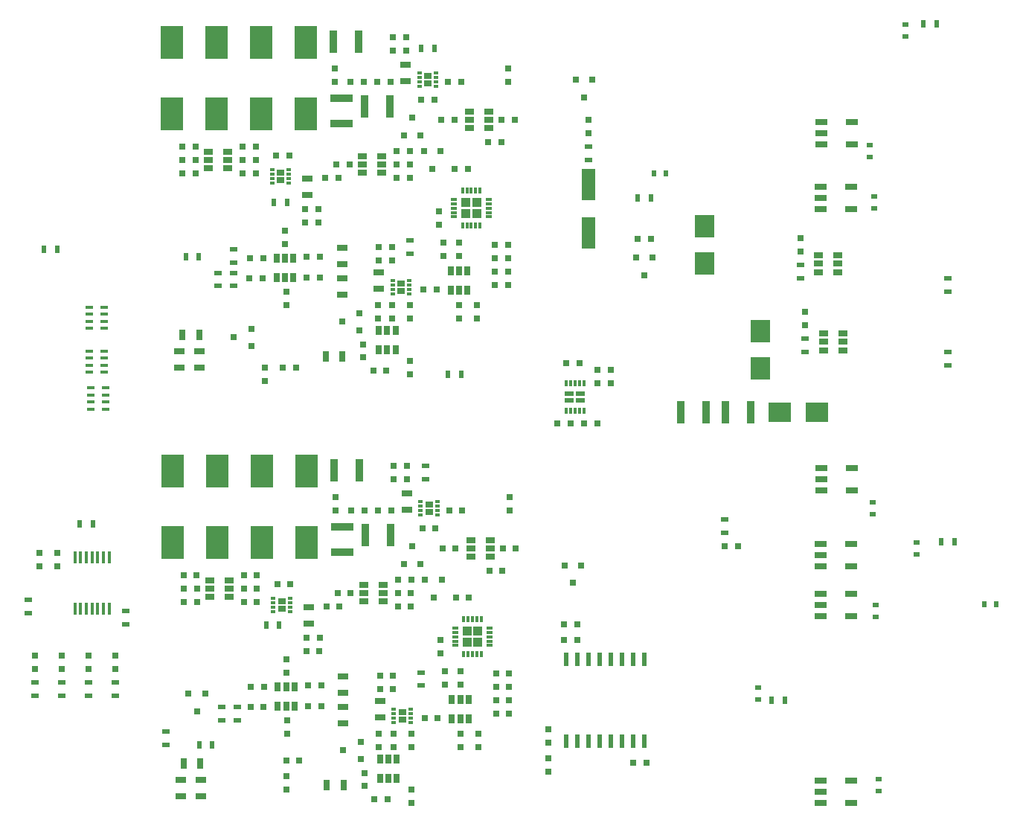
<source format=gtp>
G04 #@! TF.FileFunction,Paste,Top*
%FSLAX46Y46*%
G04 Gerber Fmt 4.6, Leading zero omitted, Abs format (unit mm)*
G04 Created by KiCad (PCBNEW 4.0.7-e2-6376~58~ubuntu16.04.1) date Fri Jun 29 11:13:25 2018*
%MOMM*%
%LPD*%
G01*
G04 APERTURE LIST*
%ADD10C,0.150000*%
%ADD11R,0.300000X0.730000*%
%ADD12R,0.730000X0.300000*%
%ADD13R,1.000000X1.000000*%
%ADD14R,0.300000X0.650000*%
%ADD15R,0.992000X0.620000*%
%ADD16R,0.797560X0.797560*%
%ADD17R,1.400000X0.760000*%
%ADD18R,0.800000X0.750000*%
%ADD19R,0.750000X0.800000*%
%ADD20R,0.650000X1.060000*%
%ADD21R,1.300000X0.700000*%
%ADD22R,0.900000X0.500000*%
%ADD23R,0.800100X0.800100*%
%ADD24R,0.700000X1.300000*%
%ADD25R,0.500000X0.900000*%
%ADD26R,0.900000X2.500000*%
%ADD27R,2.500000X0.900000*%
%ADD28R,2.540000X3.810000*%
%ADD29R,1.060000X0.650000*%
%ADD30R,0.900000X0.400000*%
%ADD31R,0.450000X1.450000*%
%ADD32R,1.600200X3.599180*%
%ADD33R,0.600000X1.500000*%
%ADD34R,2.301240X2.499360*%
%ADD35R,0.600000X0.700000*%
%ADD36R,0.700000X0.600000*%
%ADD37R,0.500000X0.300000*%
%ADD38R,0.810000X0.792000*%
%ADD39R,2.499360X2.301240*%
G04 APERTURE END LIST*
D10*
D11*
X110115000Y-58998000D03*
X110615000Y-58998000D03*
X111115000Y-58998000D03*
X111615000Y-58998000D03*
X112115000Y-58998000D03*
D12*
X113080000Y-58033000D03*
X113080000Y-57533000D03*
X113080000Y-57033000D03*
X113080000Y-56533000D03*
X113080000Y-56033000D03*
D11*
X112115000Y-55068000D03*
X111615000Y-55068000D03*
X111115000Y-55068000D03*
X110615000Y-55068000D03*
X110115000Y-55068000D03*
D12*
X109150000Y-56033000D03*
X109150000Y-56533000D03*
X109150000Y-57033000D03*
X109150000Y-57533000D03*
X109150000Y-58033000D03*
D13*
X111740000Y-56408000D03*
X110490000Y-56408000D03*
X111740000Y-57658000D03*
X110490000Y-57658000D03*
D14*
X121910660Y-80090332D03*
X122410660Y-80090332D03*
X122910660Y-80090332D03*
X123410660Y-80090332D03*
X123910660Y-80090332D03*
X123910660Y-76990332D03*
X123410660Y-76990332D03*
X122910660Y-76990332D03*
X122410660Y-76990332D03*
X121910660Y-76990332D03*
D15*
X123530660Y-78152832D03*
X122290660Y-78152832D03*
X123530660Y-78927832D03*
X122290660Y-78927832D03*
D16*
X139954000Y-95504000D03*
X141452600Y-95504000D03*
D17*
X150876000Y-97790000D03*
X150876000Y-96520000D03*
X150876000Y-95250000D03*
X154376000Y-95250000D03*
X154376000Y-97790000D03*
X150876000Y-57150000D03*
X150876000Y-55880000D03*
X150876000Y-54610000D03*
X154376000Y-54610000D03*
X154376000Y-57150000D03*
D18*
X113931000Y-113030000D03*
X115431000Y-113030000D03*
X113931000Y-111506000D03*
X115431000Y-111506000D03*
X113919000Y-109982000D03*
X115419000Y-109982000D03*
D19*
X109855000Y-111240000D03*
X109855000Y-109740000D03*
D18*
X113931000Y-114554000D03*
X115431000Y-114554000D03*
D20*
X108905000Y-115146000D03*
X109855000Y-115146000D03*
X110805000Y-115146000D03*
X110805000Y-112946000D03*
X108905000Y-112946000D03*
X109855000Y-112946000D03*
D19*
X109855000Y-118352000D03*
X109855000Y-116852000D03*
X111887000Y-116852000D03*
X111887000Y-118352000D03*
D18*
X105803000Y-115062000D03*
X107303000Y-115062000D03*
D19*
X108077000Y-111240000D03*
X108077000Y-109740000D03*
D21*
X92583000Y-104328000D03*
X92583000Y-102428000D03*
D18*
X92531500Y-111379000D03*
X94031500Y-111379000D03*
D19*
X107569000Y-107672000D03*
X107569000Y-106172000D03*
D18*
X102743000Y-102362000D03*
X104243000Y-102362000D03*
X102755000Y-100838000D03*
X104255000Y-100838000D03*
X109359000Y-101346000D03*
X110859000Y-101346000D03*
D21*
X100711000Y-113096000D03*
X100711000Y-114996000D03*
D18*
X100723000Y-111760000D03*
X102223000Y-111760000D03*
D19*
X104267000Y-116852000D03*
X104267000Y-118352000D03*
X102235000Y-116852000D03*
X102235000Y-118352000D03*
X90170000Y-116828000D03*
X90170000Y-115328000D03*
D18*
X94031500Y-113728500D03*
X92531500Y-113728500D03*
D20*
X89093000Y-113706000D03*
X90043000Y-113706000D03*
X90993000Y-113706000D03*
X90993000Y-111506000D03*
X89093000Y-111506000D03*
X90043000Y-111506000D03*
D18*
X91555000Y-119888000D03*
X90055000Y-119888000D03*
D21*
X96520000Y-115697000D03*
X96520000Y-113797000D03*
D22*
X82677000Y-115304000D03*
X82677000Y-113804000D03*
X84455000Y-113804000D03*
X84455000Y-115304000D03*
D18*
X85991000Y-113792000D03*
X87491000Y-113792000D03*
X87554500Y-111506000D03*
X86054500Y-111506000D03*
D23*
X98536760Y-119695000D03*
X98536760Y-117795000D03*
X96537780Y-118745000D03*
D19*
X100584000Y-116852000D03*
X100584000Y-118352000D03*
X98933000Y-122809000D03*
X98933000Y-121309000D03*
D20*
X102616000Y-119761000D03*
X101666000Y-119761000D03*
X100716000Y-119761000D03*
X100716000Y-121961000D03*
X102616000Y-121961000D03*
X101666000Y-121961000D03*
D18*
X101588000Y-124333000D03*
X100088000Y-124333000D03*
D21*
X78041500Y-123949500D03*
X78041500Y-122049500D03*
D24*
X80261500Y-120205500D03*
X78361500Y-120205500D03*
D21*
X80327500Y-122049500D03*
X80327500Y-123949500D03*
D25*
X81649000Y-118110000D03*
X80149000Y-118110000D03*
D18*
X86717000Y-98806000D03*
X85217000Y-98806000D03*
X86729000Y-101854000D03*
X85229000Y-101854000D03*
X79883000Y-101854000D03*
X78383000Y-101854000D03*
X97472500Y-91440000D03*
X98972500Y-91440000D03*
D26*
X95514500Y-86868000D03*
X98414500Y-86868000D03*
D27*
X96456500Y-93292000D03*
X96456500Y-96192000D03*
D19*
X95694500Y-89928000D03*
X95694500Y-91428000D03*
D28*
X92392500Y-95123000D03*
X92392500Y-86995000D03*
X87312500Y-95123000D03*
X82232500Y-95123000D03*
X82232500Y-86995000D03*
X87312500Y-86995000D03*
X77152500Y-95123000D03*
X77152500Y-86995000D03*
D18*
X92353000Y-105918000D03*
X93853000Y-105918000D03*
X92341000Y-107442000D03*
X93841000Y-107442000D03*
X94627000Y-102362000D03*
X96127000Y-102362000D03*
D19*
X90043000Y-109894500D03*
X90043000Y-108394500D03*
D18*
X95897000Y-100838000D03*
X97397000Y-100838000D03*
X79883000Y-100330000D03*
X78383000Y-100330000D03*
X79871000Y-98806000D03*
X78371000Y-98806000D03*
D29*
X83523000Y-101280000D03*
X83523000Y-100330000D03*
X83523000Y-99380000D03*
X81323000Y-99380000D03*
X81323000Y-101280000D03*
X81323000Y-100330000D03*
D24*
X96581000Y-122682000D03*
X94681000Y-122682000D03*
D21*
X96520000Y-110302000D03*
X96520000Y-112202000D03*
D19*
X104267000Y-123202000D03*
X104267000Y-124702000D03*
D18*
X89039000Y-99822000D03*
X90539000Y-99822000D03*
X86729000Y-100330000D03*
X85229000Y-100330000D03*
D29*
X98849000Y-99888000D03*
X98849000Y-100838000D03*
X98849000Y-101788000D03*
X101049000Y-101788000D03*
X101049000Y-99888000D03*
X101049000Y-100838000D03*
D26*
X99070500Y-94234000D03*
X101970500Y-94234000D03*
D18*
X103798500Y-87884000D03*
X102298500Y-87884000D03*
X103810500Y-86360000D03*
X102310500Y-86360000D03*
X109335000Y-95758000D03*
X107835000Y-95758000D03*
D21*
X103759000Y-89474000D03*
X103759000Y-91374000D03*
D18*
X110085000Y-91440000D03*
X108585000Y-91440000D03*
D23*
X107757000Y-99329240D03*
X105857000Y-99329240D03*
X106807000Y-101328220D03*
D18*
X100532500Y-91440000D03*
X102032500Y-91440000D03*
X102767000Y-99314000D03*
X104267000Y-99314000D03*
X107037000Y-93472000D03*
X105537000Y-93472000D03*
X100723000Y-110236000D03*
X102223000Y-110236000D03*
D29*
X111041000Y-94808000D03*
X111041000Y-95758000D03*
X111041000Y-96708000D03*
X113241000Y-96708000D03*
X113241000Y-94808000D03*
X113241000Y-95758000D03*
D18*
X114693000Y-95758000D03*
X116193000Y-95758000D03*
D19*
X115443000Y-91428000D03*
X115443000Y-89928000D03*
D18*
X113169000Y-98298000D03*
X114669000Y-98298000D03*
D23*
X123632000Y-97678240D03*
X121732000Y-97678240D03*
X122682000Y-99677220D03*
D19*
X64008000Y-96278000D03*
X64008000Y-97778000D03*
X61976000Y-96278000D03*
X61976000Y-97778000D03*
D18*
X122416000Y-81534000D03*
X120916000Y-81534000D03*
X123964000Y-81534000D03*
X125464000Y-81534000D03*
X125488000Y-76962000D03*
X126988000Y-76962000D03*
X125488000Y-75438000D03*
X126988000Y-75438000D03*
X121932000Y-74676000D03*
X123432000Y-74676000D03*
X130060000Y-60505000D03*
X131560000Y-60505000D03*
X92226000Y-57150000D03*
X93726000Y-57150000D03*
X92214000Y-58674000D03*
X93714000Y-58674000D03*
X88912000Y-51054000D03*
X90412000Y-51054000D03*
X106910000Y-44704000D03*
X105410000Y-44704000D03*
X103683500Y-37592000D03*
X102183500Y-37592000D03*
X103671500Y-39116000D03*
X102171500Y-39116000D03*
X102616000Y-53594000D03*
X104116000Y-53594000D03*
X79756000Y-53086000D03*
X78256000Y-53086000D03*
X94500000Y-53594000D03*
X96000000Y-53594000D03*
X86602000Y-53086000D03*
X85102000Y-53086000D03*
X109232000Y-52578000D03*
X110732000Y-52578000D03*
X102628000Y-52070000D03*
X104128000Y-52070000D03*
X95770000Y-52070000D03*
X97270000Y-52070000D03*
X86602000Y-51562000D03*
X85102000Y-51562000D03*
X100405500Y-42672000D03*
X101905500Y-42672000D03*
X109958000Y-42672000D03*
X108458000Y-42672000D03*
X102640000Y-50546000D03*
X104140000Y-50546000D03*
X79744000Y-50038000D03*
X78244000Y-50038000D03*
X79756000Y-51562000D03*
X78256000Y-51562000D03*
X86590000Y-50038000D03*
X85090000Y-50038000D03*
D19*
X115316000Y-42660000D03*
X115316000Y-41160000D03*
D18*
X109208000Y-46990000D03*
X107708000Y-46990000D03*
X114566000Y-46990000D03*
X116066000Y-46990000D03*
X113042000Y-49530000D03*
X114542000Y-49530000D03*
X100596000Y-61468000D03*
X102096000Y-61468000D03*
D19*
X104140000Y-68084000D03*
X104140000Y-69584000D03*
D18*
X100596000Y-62992000D03*
X102096000Y-62992000D03*
D19*
X98806000Y-74041000D03*
X98806000Y-72541000D03*
X107950000Y-62472000D03*
X107950000Y-60972000D03*
D18*
X92404500Y-62611000D03*
X93904500Y-62611000D03*
D19*
X100457000Y-68084000D03*
X100457000Y-69584000D03*
D18*
X105676000Y-66294000D03*
X107176000Y-66294000D03*
X93904500Y-64960500D03*
X92404500Y-64960500D03*
X101461000Y-75565000D03*
X99961000Y-75565000D03*
D19*
X102108000Y-68084000D03*
X102108000Y-69584000D03*
X109728000Y-69584000D03*
X109728000Y-68084000D03*
X109728000Y-62472000D03*
X109728000Y-60972000D03*
X89916000Y-61126500D03*
X89916000Y-59626500D03*
X90043000Y-68060000D03*
X90043000Y-66560000D03*
X104140000Y-74434000D03*
X104140000Y-75934000D03*
D18*
X113804000Y-65786000D03*
X115304000Y-65786000D03*
D19*
X111760000Y-68084000D03*
X111760000Y-69584000D03*
D18*
X87427500Y-62738000D03*
X85927500Y-62738000D03*
X113792000Y-61214000D03*
X115292000Y-61214000D03*
X113804000Y-62738000D03*
X115304000Y-62738000D03*
X113804000Y-64262000D03*
X115304000Y-64262000D03*
D19*
X107442000Y-58904000D03*
X107442000Y-57404000D03*
D18*
X85864000Y-65024000D03*
X87364000Y-65024000D03*
X91174000Y-75184000D03*
X89674000Y-75184000D03*
D16*
X124460000Y-48501300D03*
X124460000Y-47002700D03*
D26*
X137848000Y-80264000D03*
X134948000Y-80264000D03*
X142928000Y-80264000D03*
X140028000Y-80264000D03*
D21*
X92456000Y-55560000D03*
X92456000Y-53660000D03*
X103632000Y-40706000D03*
X103632000Y-42606000D03*
D26*
X95387500Y-38100000D03*
X98287500Y-38100000D03*
D27*
X96329500Y-44524000D03*
X96329500Y-47424000D03*
D26*
X98943500Y-45466000D03*
X101843500Y-45466000D03*
D21*
X100584000Y-64328000D03*
X100584000Y-66228000D03*
D23*
X131760000Y-62679240D03*
X129860000Y-62679240D03*
X130810000Y-64678220D03*
D25*
X131560000Y-55880000D03*
X130060000Y-55880000D03*
D22*
X124460000Y-51538000D03*
X124460000Y-50038000D03*
X139954000Y-92456000D03*
X139954000Y-93956000D03*
D25*
X166104000Y-94996000D03*
X164604000Y-94996000D03*
X164072000Y-36068000D03*
X162572000Y-36068000D03*
X146800000Y-113030000D03*
X145300000Y-113030000D03*
D22*
X84074000Y-63234000D03*
X84074000Y-61734000D03*
X84074000Y-65901000D03*
X84074000Y-64401000D03*
X82296000Y-64401000D03*
X82296000Y-65901000D03*
D30*
X67650000Y-69100000D03*
X67650000Y-69900000D03*
X67650000Y-68300000D03*
X67650000Y-70700000D03*
X69350000Y-68300000D03*
X69350000Y-69100000D03*
X69350000Y-69900000D03*
X69350000Y-70700000D03*
X67650000Y-74100000D03*
X67650000Y-74900000D03*
X67650000Y-73300000D03*
X67650000Y-75700000D03*
X69350000Y-73300000D03*
X69350000Y-74100000D03*
X69350000Y-74900000D03*
X69350000Y-75700000D03*
X67800000Y-78300000D03*
X67800000Y-79100000D03*
X67800000Y-77500000D03*
X67800000Y-79900000D03*
X69500000Y-77500000D03*
X69500000Y-78300000D03*
X69500000Y-79100000D03*
X69500000Y-79900000D03*
D31*
X65995000Y-102645000D03*
X66645000Y-102645000D03*
X67295000Y-102645000D03*
X67945000Y-102645000D03*
X68595000Y-102645000D03*
X69245000Y-102645000D03*
X69895000Y-102645000D03*
X69895000Y-96745000D03*
X69245000Y-96745000D03*
X68595000Y-96745000D03*
X67945000Y-96745000D03*
X67295000Y-96745000D03*
X66645000Y-96745000D03*
X65995000Y-96745000D03*
D29*
X98722000Y-51120000D03*
X98722000Y-52070000D03*
X98722000Y-53020000D03*
X100922000Y-53020000D03*
X100922000Y-51120000D03*
X100922000Y-52070000D03*
X83396000Y-52512000D03*
X83396000Y-51562000D03*
X83396000Y-50612000D03*
X81196000Y-50612000D03*
X81196000Y-52512000D03*
X81196000Y-51562000D03*
D28*
X92265500Y-46355000D03*
X92265500Y-38227000D03*
X87185500Y-46355000D03*
X82105500Y-46355000D03*
X82105500Y-38227000D03*
X87185500Y-38227000D03*
X77025500Y-46355000D03*
X77025500Y-38227000D03*
D23*
X107630000Y-50561240D03*
X105730000Y-50561240D03*
X106680000Y-52560220D03*
X124902000Y-42433240D03*
X123002000Y-42433240D03*
X123952000Y-44432220D03*
D29*
X110914000Y-46040000D03*
X110914000Y-46990000D03*
X110914000Y-47940000D03*
X113114000Y-47940000D03*
X113114000Y-46040000D03*
X113114000Y-46990000D03*
D20*
X102489000Y-70993000D03*
X101539000Y-70993000D03*
X100589000Y-70993000D03*
X100589000Y-73193000D03*
X102489000Y-73193000D03*
X101539000Y-73193000D03*
X108778000Y-66378000D03*
X109728000Y-66378000D03*
X110678000Y-66378000D03*
X110678000Y-64178000D03*
X108778000Y-64178000D03*
X109728000Y-64178000D03*
X88966000Y-64938000D03*
X89916000Y-64938000D03*
X90866000Y-64938000D03*
X90866000Y-62738000D03*
X88966000Y-62738000D03*
X89916000Y-62738000D03*
D23*
X98409760Y-70927000D03*
X98409760Y-69027000D03*
X96410780Y-69977000D03*
D19*
X95567500Y-41160000D03*
X95567500Y-42660000D03*
D18*
X97345500Y-42672000D03*
X98845500Y-42672000D03*
D21*
X96393000Y-66929000D03*
X96393000Y-65029000D03*
X96393000Y-61534000D03*
X96393000Y-63434000D03*
D24*
X96454000Y-73914000D03*
X94554000Y-73914000D03*
X80134500Y-71437500D03*
X78234500Y-71437500D03*
D21*
X77914500Y-75181500D03*
X77914500Y-73281500D03*
X80200500Y-73281500D03*
X80200500Y-75181500D03*
D32*
X124460000Y-54399180D03*
X124460000Y-59900820D03*
D19*
X119888000Y-117844000D03*
X119888000Y-116344000D03*
X119888000Y-119646000D03*
X119888000Y-121146000D03*
D18*
X121690000Y-106172000D03*
X123190000Y-106172000D03*
X121690000Y-104394000D03*
X123190000Y-104394000D03*
X129552000Y-120142000D03*
X131052000Y-120142000D03*
D33*
X121920000Y-117680000D03*
X123190000Y-117680000D03*
X124460000Y-117680000D03*
X125730000Y-117680000D03*
X127000000Y-117680000D03*
X128270000Y-117680000D03*
X129540000Y-117680000D03*
X130810000Y-117680000D03*
X130810000Y-108380000D03*
X129540000Y-108380000D03*
X128270000Y-108380000D03*
X127000000Y-108380000D03*
X125730000Y-108380000D03*
X124460000Y-108380000D03*
X123190000Y-108380000D03*
X121920000Y-108380000D03*
D19*
X87630000Y-76696000D03*
X87630000Y-75196000D03*
X90043000Y-123178000D03*
X90043000Y-121678000D03*
D16*
X64516000Y-107962700D03*
X64516000Y-109461300D03*
X67564000Y-107962700D03*
X67564000Y-109461300D03*
X70612000Y-107962700D03*
X70612000Y-109461300D03*
X61468000Y-107962700D03*
X61468000Y-109461300D03*
D22*
X60706000Y-103112000D03*
X60706000Y-101612000D03*
D25*
X108470000Y-75946000D03*
X109970000Y-75946000D03*
D22*
X71755000Y-104382000D03*
X71755000Y-102882000D03*
D25*
X66548000Y-92964000D03*
X68048000Y-92964000D03*
X63996000Y-61722000D03*
X62496000Y-61722000D03*
X88670000Y-56388000D03*
X90170000Y-56388000D03*
X106922000Y-38862000D03*
X105422000Y-38862000D03*
D22*
X104140000Y-60730000D03*
X104140000Y-62230000D03*
X64516000Y-112510000D03*
X64516000Y-111010000D03*
X67564000Y-112510000D03*
X67564000Y-111010000D03*
D25*
X87769000Y-104521000D03*
X89269000Y-104521000D03*
D22*
X105918000Y-86372000D03*
X105918000Y-87872000D03*
X105410000Y-109867000D03*
X105410000Y-111367000D03*
X70612000Y-112510000D03*
X70612000Y-111010000D03*
X61468000Y-112510000D03*
X61468000Y-111010000D03*
D17*
X150932000Y-89154000D03*
X150932000Y-87884000D03*
X150932000Y-86614000D03*
X154432000Y-86614000D03*
X154432000Y-89154000D03*
X150876000Y-124714000D03*
X150876000Y-123444000D03*
X150876000Y-122174000D03*
X154376000Y-122174000D03*
X154376000Y-124714000D03*
D34*
X137668000Y-59065160D03*
X137668000Y-63362840D03*
D35*
X133288000Y-53086000D03*
X131888000Y-53086000D03*
D36*
X161798000Y-96458000D03*
X161798000Y-95058000D03*
X160528000Y-37530000D03*
X160528000Y-36130000D03*
X143764000Y-111568000D03*
X143764000Y-112968000D03*
X156972000Y-55688000D03*
X156972000Y-57088000D03*
X156756000Y-91882000D03*
X156756000Y-90482000D03*
D35*
X170880000Y-102108000D03*
X169480000Y-102108000D03*
D36*
X157480000Y-121982000D03*
X157480000Y-123382000D03*
D23*
X103444000Y-48768000D03*
X105344000Y-48768000D03*
X104394000Y-46769020D03*
X103444000Y-97520760D03*
X105344000Y-97520760D03*
X104394000Y-95521780D03*
D37*
X104201000Y-115558000D03*
X104201000Y-115058000D03*
X104201000Y-114558000D03*
X104201000Y-114058000D03*
X102301000Y-114058000D03*
X102301000Y-114558000D03*
X102301000Y-115058000D03*
X102301000Y-115558000D03*
D38*
X103251000Y-114368000D03*
X103251000Y-115248000D03*
D37*
X107249000Y-91936000D03*
X107249000Y-91436000D03*
X107249000Y-90936000D03*
X107249000Y-90436000D03*
X105349000Y-90436000D03*
X105349000Y-90936000D03*
X105349000Y-91436000D03*
X105349000Y-91936000D03*
D38*
X106299000Y-90746000D03*
X106299000Y-91626000D03*
D37*
X88585000Y-101426000D03*
X88585000Y-101926000D03*
X88585000Y-102426000D03*
X88585000Y-102926000D03*
X90485000Y-102926000D03*
X90485000Y-102426000D03*
X90485000Y-101926000D03*
X90485000Y-101426000D03*
D38*
X89535000Y-102616000D03*
X89535000Y-101736000D03*
D37*
X104074000Y-66790000D03*
X104074000Y-66290000D03*
X104074000Y-65790000D03*
X104074000Y-65290000D03*
X102174000Y-65290000D03*
X102174000Y-65790000D03*
X102174000Y-66290000D03*
X102174000Y-66790000D03*
D38*
X103124000Y-65600000D03*
X103124000Y-66480000D03*
D37*
X88458000Y-52658000D03*
X88458000Y-53158000D03*
X88458000Y-53658000D03*
X88458000Y-54158000D03*
X90358000Y-54158000D03*
X90358000Y-53658000D03*
X90358000Y-53158000D03*
X90358000Y-52658000D03*
D38*
X89408000Y-53848000D03*
X89408000Y-52968000D03*
D37*
X107122000Y-43168000D03*
X107122000Y-42668000D03*
X107122000Y-42168000D03*
X107122000Y-41668000D03*
X105222000Y-41668000D03*
X105222000Y-42168000D03*
X105222000Y-42668000D03*
X105222000Y-43168000D03*
D38*
X106172000Y-41978000D03*
X106172000Y-42858000D03*
D34*
X144018000Y-75300840D03*
X144018000Y-71003160D03*
D39*
X146187160Y-80264000D03*
X150484840Y-80264000D03*
D36*
X156464000Y-51246000D03*
X156464000Y-49846000D03*
X157099000Y-102170000D03*
X157099000Y-103570000D03*
D25*
X78625000Y-62611000D03*
X80125000Y-62611000D03*
D22*
X76327000Y-118098000D03*
X76327000Y-116598000D03*
D17*
X150932000Y-49784000D03*
X150932000Y-48514000D03*
X150932000Y-47244000D03*
X154432000Y-47244000D03*
X154432000Y-49784000D03*
X150876000Y-103505000D03*
X150876000Y-102235000D03*
X150876000Y-100965000D03*
X154376000Y-100965000D03*
X154376000Y-103505000D03*
D23*
X86090760Y-72705000D03*
X86090760Y-70805000D03*
X84091780Y-71755000D03*
X80833000Y-112283240D03*
X78933000Y-112283240D03*
X79883000Y-114282220D03*
D19*
X148590000Y-61964000D03*
X148590000Y-60464000D03*
X149098000Y-70346000D03*
X149098000Y-68846000D03*
D22*
X165354000Y-66548000D03*
X165354000Y-65048000D03*
X148590000Y-65012000D03*
X148590000Y-63512000D03*
X165354000Y-74918000D03*
X165354000Y-73418000D03*
X149098000Y-73394000D03*
X149098000Y-71894000D03*
D29*
X150610000Y-62416000D03*
X150610000Y-63366000D03*
X150610000Y-64316000D03*
X152810000Y-64316000D03*
X152810000Y-62416000D03*
X152810000Y-63366000D03*
X151202000Y-71306000D03*
X151202000Y-72256000D03*
X151202000Y-73206000D03*
X153402000Y-73206000D03*
X153402000Y-71306000D03*
X153402000Y-72256000D03*
D11*
X110242000Y-107766000D03*
X110742000Y-107766000D03*
X111242000Y-107766000D03*
X111742000Y-107766000D03*
X112242000Y-107766000D03*
D12*
X113207000Y-106801000D03*
X113207000Y-106301000D03*
X113207000Y-105801000D03*
X113207000Y-105301000D03*
X113207000Y-104801000D03*
D11*
X112242000Y-103836000D03*
X111742000Y-103836000D03*
X111242000Y-103836000D03*
X110742000Y-103836000D03*
X110242000Y-103836000D03*
D12*
X109277000Y-104801000D03*
X109277000Y-105301000D03*
X109277000Y-105801000D03*
X109277000Y-106301000D03*
X109277000Y-106801000D03*
D13*
X111867000Y-105176000D03*
X110617000Y-105176000D03*
X111867000Y-106426000D03*
X110617000Y-106426000D03*
M02*

</source>
